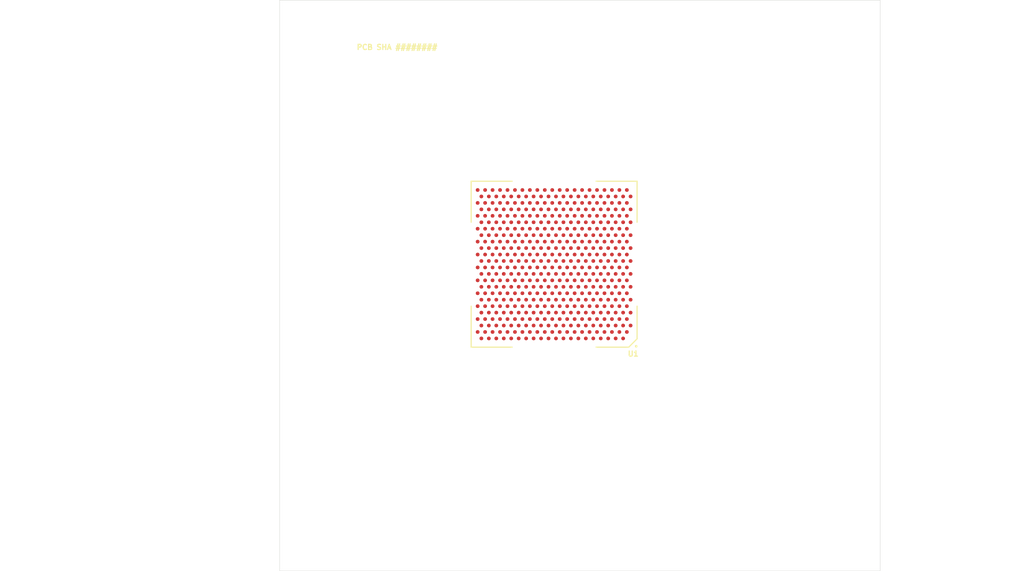
<source format=kicad_pcb>
(kicad_pcb (version 20241229) (generator "pcbnew") (generator_version "9.0")
  (title_block (title "10GbE Expansion") (date "2025-07-22") (rev "1.0.0") (company "Antmicro Ltd") (comment 1 "www.antmicro.com"))
  (layers (0 "F.Cu" signal) (2 "B.Cu" jumper) (13 "F.Paste" user) (15 "B.Paste" user) (5 "F.SilkS" user "F.Silkscreen") (7 "B.SilkS" user "B.Silkscreen") (1 "F.Mask" user) (3 "B.Mask" user) (25 "Edge.Cuts" user))
  (net 0 "")
  (net 1 "Net-(U1A-PET_0_P)")
  (net 2 "Net-(U1A-PET_0_N)")
  (net 3 "Net-(U1A-PET_1_N)")
  (net 4 "Net-(U1A-PET_1_P)")
  (net 5 "Net-(U1A-PET_2_N)")
  (net 6 "Net-(U1A-PET_2_P)")
  (net 7 "Net-(U1A-PET_3_N)")
  (net 8 "Net-(U1A-PET_3_P)")
  (net 9 "VCCA")
  (net 10 "Net-(U1H-SVR_IND)")
  (net 11 "/X710-AT2 PCIe/RSENSE")
  (net 12 "/X710-AT2 PCIe/RBIAS")
  (net 13 "/X710-AT2 PCIe/PCIe_JTAG.JTMS")
  (net 15 "/X710-AT2 PCIe/~{PE_RST}")
  (net 16 "P0_AVDDL")
  (net 17 "/X710-AT2 10GbE/Ethernet_P1.D3+")
  (net 18 "/X710-AT2 10GbE/Ethernet_P1.D2-")
  (net 19 "DVDD")
  (net 20 "3P3V")
  (net 23 "/X710-AT2 10GbE/Ethernet_P1.D4-")
  (net 24 "/X710-AT2 PCIe/PCIe_JTAG.JTDO")
  (net 32 "/X710-AT2 10GbE/Ethernet_P1.D3-")
  (net 34 "VCCD")
  (net 35 "AVDDH")
  (net 38 "/X710-AT2 PCIe/PCIe_JTAG.JTDI")
  (net 39 "XFI_VDD")
  (net 41 "/X710-AT2 10GbE/Ethernet_P0.D2+")
  (net 42 "/X710-AT2 PCIe/PCIe_{x4}.RX0-")
  (net 45 "P1_AVDDL")
  (net 50 "/X710-AT2 PCIe/PCIe_JTAG.~{JRST}")
  (net 51 "/X710-AT2 10GbE/Ethernet_P0.D2-")
  (net 55 "/X710-AT2 PCIe/PCIe_JTAG.JTCK")
  (net 56 "/X710-AT2 10GbE/Ethernet_P0.D1-")
  (net 60 "/X710-AT2 PCIe/PCIE_{REF}.CK+")
  (net 61 "/X710-AT2 PCIe/PCIe_{x4}.RX0+")
  (net 65 "/X710-AT2 10GbE/Ethernet_P0.D3+")
  (net 67 "/X710-AT2 10GbE/Ethernet_P0.D4-")
  (net 68 "1P88V")
  (net 72 "/X710-AT2 10GbE/Ethernet_P1.D2+")
  (net 75 "/X710-AT2 PCIe/PCIe_{x4}.RX2+")
  (net 78 "/X710-AT2 PCIe/PCIe_{x4}.RX1+")
  (net 79 "/X710-AT2 10GbE/Ethernet_P1.D4+")
  (net 80 "/X710-AT2 PCIe/PCIe_{x4}.RX2-")
  (net 81 "/X710-AT2 PCIe/PCIE_{REF}.CK-")
  (net 82 "/X710-AT2 10GbE/Ethernet_P1.D1-")
  (net 86 "/X710-AT2 PCIe/PCIe_{x4}.RX1-")
  (net 90 "XGB_AVDDH")
  (net 96 "XFI_PVDD")
  (net 98 "/X710-AT2 10GbE/Ethernet_P0.D4+")
  (net 103 "/X710-AT2 PCIe/~{PE_WAKE}")
  (net 104 "/X710-AT2 PCIe/PCIe_{x4}.RX3+")
  (net 106 "/X710-AT2 10GbE/Ethernet_P1.D1+")
  (net 107 "PLL_VDD")
  (net 108 "/X710-AT2 PCIe/PCIe_{x4}.RX3-")
  (net 111 "/X710-AT2 10GbE/Ethernet_P0.D3-")
  (net 114 "/X710-AT2 10GbE/Ethernet_P0.D1+")
  (net 117 "GND")
  (footprint "antmicro-footprints:FCBGA-503_22x22mm_Layout21x24_P1mm" (layer "F.Cu") (at 102.45 68.29 180)
    (property "Reference" "U1")
    (property "Value" "EZX710AT2_S_LMR5")
  )
  (gr_rect (start 65.65 32.9) (end 146.15 109.4) (stroke (width 0.05)) (fill no) (layer "Edge.Cuts"))
  (gr_text "PCB SHA ########" (at 81.4 39.2 0) (layer "F.SilkS") (effects (font (size 0.7 0.7) (thickness 0.15) (bold yes))))
)
</source>
